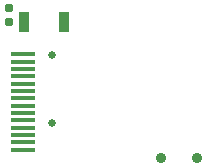
<source format=gbs>
%TF.GenerationSoftware,KiCad,Pcbnew,(6.0.9)*%
%TF.CreationDate,2023-06-25T00:46:12+02:00*%
%TF.ProjectId,keyring_beerclock,6b657972-696e-4675-9f62-656572636c6f,rev?*%
%TF.SameCoordinates,Original*%
%TF.FileFunction,Soldermask,Bot*%
%TF.FilePolarity,Negative*%
%FSLAX46Y46*%
G04 Gerber Fmt 4.6, Leading zero omitted, Abs format (unit mm)*
G04 Created by KiCad (PCBNEW (6.0.9)) date 2023-06-25 00:46:12*
%MOMM*%
%LPD*%
G01*
G04 APERTURE LIST*
G04 Aperture macros list*
%AMRoundRect*
0 Rectangle with rounded corners*
0 $1 Rounding radius*
0 $2 $3 $4 $5 $6 $7 $8 $9 X,Y pos of 4 corners*
0 Add a 4 corners polygon primitive as box body*
4,1,4,$2,$3,$4,$5,$6,$7,$8,$9,$2,$3,0*
0 Add four circle primitives for the rounded corners*
1,1,$1+$1,$2,$3*
1,1,$1+$1,$4,$5*
1,1,$1+$1,$6,$7*
1,1,$1+$1,$8,$9*
0 Add four rect primitives between the rounded corners*
20,1,$1+$1,$2,$3,$4,$5,0*
20,1,$1+$1,$4,$5,$6,$7,0*
20,1,$1+$1,$6,$7,$8,$9,0*
20,1,$1+$1,$8,$9,$2,$3,0*%
G04 Aperture macros list end*
%ADD10C,0.900000*%
%ADD11C,0.650000*%
%ADD12R,0.900000X1.700000*%
%ADD13RoundRect,0.160000X0.160000X-0.197500X0.160000X0.197500X-0.160000X0.197500X-0.160000X-0.197500X0*%
%ADD14R,2.000000X0.350000*%
G04 APERTURE END LIST*
D10*
%TO.C,SW1*%
X143370000Y-80830000D03*
X146370000Y-80830000D03*
%TD*%
D11*
%TO.C,J8*%
X134105000Y-77910000D03*
X134105000Y-72130000D03*
%TD*%
D12*
%TO.C,SW3*%
X135120000Y-69340000D03*
X131720000Y-69340000D03*
%TD*%
D13*
%TO.C,R7*%
X130450000Y-69348928D03*
X130450000Y-68153928D03*
%TD*%
D14*
%TO.C,U1*%
X131690000Y-80150000D03*
X131690000Y-79530000D03*
X131690000Y-78910000D03*
X131690000Y-78290000D03*
X131690000Y-77670000D03*
X131690000Y-77050000D03*
X131690000Y-76430000D03*
X131690000Y-75810000D03*
X131690000Y-75190000D03*
X131690000Y-74570000D03*
X131690000Y-73950000D03*
X131690000Y-73330000D03*
X131690000Y-72710000D03*
X131690000Y-72090000D03*
%TD*%
M02*

</source>
